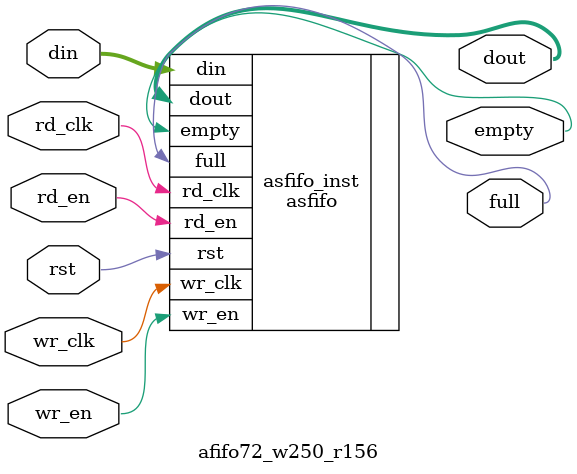
<source format=v>
`default_nettype none
module afifo72_w250_r156 (
	input wire rst,
	input wire wr_clk,
	input wire rd_clk,
	input wire [71:0] din,
	input wire wr_en,
	input wire rd_en,
	output wire [71:0] dout,
	output wire full,
	output wire empty
);

asfifo # (
	.DATA_WIDTH(72),
	.ADDRESS_WIDTH(12)
) asfifo_inst (
	.dout(dout), 
	.empty(empty),
	.rd_en(rd_en),
	.rd_clk(rd_clk),        
	.din(din),  
	.full(full),
	.wr_en(wr_en),
	.wr_clk(wr_clk),
	.rst(rst)
);

endmodule
`default_nettype wire

</source>
